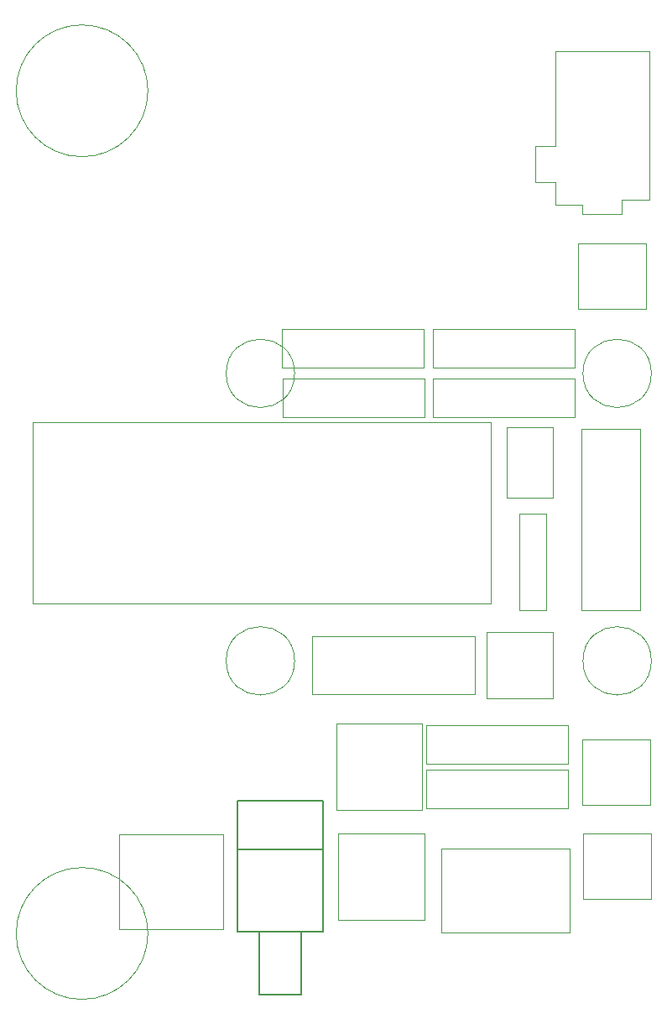
<source format=gbr>
G04 #@! TF.GenerationSoftware,KiCad,Pcbnew,(5.0.0)*
G04 #@! TF.CreationDate,2018-12-05T18:09:54+00:00*
G04 #@! TF.ProjectId,OpenSpritzer_1.3,4F70656E53707269747A65725F312E33,rev?*
G04 #@! TF.SameCoordinates,Original*
G04 #@! TF.FileFunction,Other,User*
%FSLAX46Y46*%
G04 Gerber Fmt 4.6, Leading zero omitted, Abs format (unit mm)*
G04 Created by KiCad (PCBNEW (5.0.0)) date 12/05/18 18:09:54*
%MOMM*%
%LPD*%
G01*
G04 APERTURE LIST*
%ADD10C,0.050000*%
%ADD11C,0.150000*%
G04 APERTURE END LIST*
D10*
G04 #@! TO.C,*
X149225000Y-141400000D02*
X136275000Y-141400000D01*
X136275000Y-141400000D02*
X136275000Y-149900000D01*
X136275000Y-149900000D02*
X149225000Y-149900000D01*
X149225000Y-141400000D02*
X149225000Y-149900000D01*
X150390000Y-99070000D02*
X150390000Y-117420000D01*
X156290000Y-99070000D02*
X150390000Y-99070000D01*
X156290000Y-117420000D02*
X156290000Y-99070000D01*
X150390000Y-117420000D02*
X156290000Y-117420000D01*
X135450000Y-89000000D02*
X135450000Y-92900000D01*
X135450000Y-92900000D02*
X149740000Y-92900000D01*
X149740000Y-92900000D02*
X149740000Y-89000000D01*
X149740000Y-89000000D02*
X135450000Y-89000000D01*
X149050000Y-132900000D02*
X149050000Y-129000000D01*
X149050000Y-129000000D02*
X134760000Y-129000000D01*
X134760000Y-129000000D02*
X134760000Y-132900000D01*
X134760000Y-132900000D02*
X149050000Y-132900000D01*
X149050000Y-137400000D02*
X149050000Y-133500000D01*
X149050000Y-133500000D02*
X134760000Y-133500000D01*
X134760000Y-133500000D02*
X134760000Y-137400000D01*
X134760000Y-137400000D02*
X149050000Y-137400000D01*
X135450000Y-94000000D02*
X135450000Y-97900000D01*
X135450000Y-97900000D02*
X149740000Y-97900000D01*
X149740000Y-97900000D02*
X149740000Y-94000000D01*
X149740000Y-94000000D02*
X135450000Y-94000000D01*
X120200000Y-89000000D02*
X120200000Y-92900000D01*
X120200000Y-92900000D02*
X134490000Y-92900000D01*
X134490000Y-92900000D02*
X134490000Y-89000000D01*
X134490000Y-89000000D02*
X120200000Y-89000000D01*
X134550000Y-97900000D02*
X134550000Y-94000000D01*
X134550000Y-94000000D02*
X120260000Y-94000000D01*
X120260000Y-94000000D02*
X120260000Y-97900000D01*
X120260000Y-97900000D02*
X134550000Y-97900000D01*
X150080000Y-87010000D02*
X150080000Y-80430000D01*
X150080000Y-87010000D02*
X156920000Y-87010000D01*
X156920000Y-80430000D02*
X150080000Y-80430000D01*
X156920000Y-80430000D02*
X156920000Y-87010000D01*
X147525000Y-126300000D02*
X147525000Y-119600000D01*
X147525000Y-119600000D02*
X140825000Y-119600000D01*
X140825000Y-119600000D02*
X140825000Y-126300000D01*
X140825000Y-126300000D02*
X147525000Y-126300000D01*
X141260000Y-98470000D02*
X141260000Y-116750000D01*
X141260000Y-98470000D02*
X95040000Y-98470000D01*
X95040000Y-116750000D02*
X141260000Y-116750000D01*
X95040000Y-116750000D02*
X95040000Y-98470000D01*
G04 #@! TO.C,NPN*
X142900000Y-106050000D02*
X142900000Y-98950000D01*
X142900000Y-106050000D02*
X147500000Y-106050000D01*
X147500000Y-98950000D02*
X142900000Y-98950000D01*
X147500000Y-98950000D02*
X147500000Y-106050000D01*
G04 #@! TO.C,*
X147750000Y-60970000D02*
X157250000Y-60970000D01*
X147750000Y-70540000D02*
X147750000Y-60970000D01*
X145700000Y-70540000D02*
X147750000Y-70540000D01*
X145700000Y-70540000D02*
X145700000Y-74250000D01*
X147750000Y-74250000D02*
X145750000Y-74250000D01*
X147750000Y-76480000D02*
X147750000Y-74250000D01*
X150500000Y-76480000D02*
X147750000Y-76480000D01*
X150500000Y-77450000D02*
X150500000Y-76480000D01*
X154500000Y-77450000D02*
X150500000Y-77450000D01*
X154500000Y-75970000D02*
X154500000Y-77450000D01*
X157000000Y-75970000D02*
X154500000Y-75970000D01*
X157250000Y-75970000D02*
X157250000Y-60970000D01*
X157000000Y-75970000D02*
X157250000Y-75970000D01*
X106650000Y-65000000D02*
G75*
G03X106650000Y-65000000I-6650000J0D01*
G01*
X139650000Y-125900000D02*
X139650000Y-120000000D01*
X139650000Y-120000000D02*
X123250000Y-120000000D01*
X123250000Y-120000000D02*
X123250000Y-125900000D01*
X123250000Y-125900000D02*
X139650000Y-125900000D01*
D11*
X115720000Y-141500000D02*
X124280000Y-141500000D01*
X122150000Y-149800000D02*
X122150000Y-156150000D01*
X117850000Y-156150000D02*
X122150000Y-156150000D01*
X117850000Y-149800000D02*
X117850000Y-156150000D01*
X115720000Y-136650000D02*
X115720000Y-149800000D01*
X124280000Y-136650000D02*
X124280000Y-149800000D01*
X115720000Y-136650000D02*
X124280000Y-136650000D01*
X115720000Y-149800000D02*
X124280000Y-149800000D01*
D10*
X125850000Y-148650000D02*
X134550000Y-148650000D01*
X134550000Y-148650000D02*
X134550000Y-139950000D01*
X134550000Y-139950000D02*
X125850000Y-139950000D01*
X125850000Y-139950000D02*
X125850000Y-148650000D01*
X125650000Y-128850000D02*
X125650000Y-137550000D01*
X134350000Y-128850000D02*
X125650000Y-128850000D01*
X134350000Y-137550000D02*
X134350000Y-128850000D01*
X125650000Y-137550000D02*
X134350000Y-137550000D01*
X121450000Y-93500000D02*
G75*
G03X121450000Y-93500000I-3450000J0D01*
G01*
X121450000Y-122500000D02*
G75*
G03X121450000Y-122500000I-3450000J0D01*
G01*
X157360000Y-130430000D02*
X157360000Y-137010000D01*
X157360000Y-130430000D02*
X150520000Y-130430000D01*
X150520000Y-137010000D02*
X157360000Y-137010000D01*
X150520000Y-137010000D02*
X150520000Y-130430000D01*
X150580000Y-146510000D02*
X150580000Y-139930000D01*
X150580000Y-146510000D02*
X157420000Y-146510000D01*
X157420000Y-139930000D02*
X150580000Y-139930000D01*
X157420000Y-139930000D02*
X157420000Y-146510000D01*
X146850000Y-107650000D02*
X144150000Y-107650000D01*
X144150000Y-107650000D02*
X144150000Y-117400000D01*
X144150000Y-117400000D02*
X146850000Y-117400000D01*
X146850000Y-117400000D02*
X146850000Y-107650000D01*
X157450000Y-93500000D02*
G75*
G03X157450000Y-93500000I-3450000J0D01*
G01*
X114250000Y-149600000D02*
X114250000Y-140000000D01*
X114250000Y-140000000D02*
X103750000Y-140000000D01*
X103750000Y-140000000D02*
X103750000Y-149600000D01*
X103750000Y-149600000D02*
X114250000Y-149600000D01*
X157450000Y-122500000D02*
G75*
G03X157450000Y-122500000I-3450000J0D01*
G01*
X106650000Y-150000000D02*
G75*
G03X106650000Y-150000000I-6650000J0D01*
G01*
G04 #@! TD*
M02*

</source>
